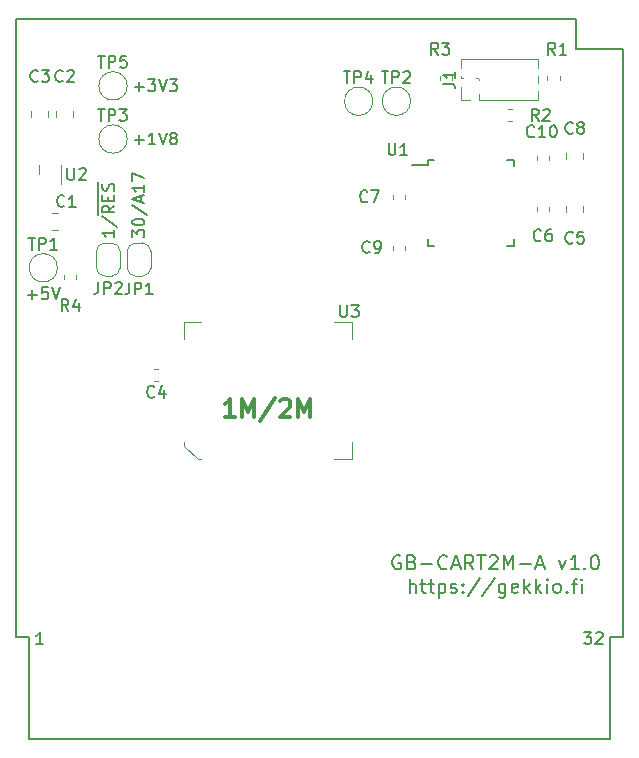
<source format=gbr>
G04 #@! TF.GenerationSoftware,KiCad,Pcbnew,5.0.2-bee76a0~70~ubuntu18.10.1*
G04 #@! TF.CreationDate,2019-01-06T00:11:17+02:00*
G04 #@! TF.ProjectId,GB-CART2M-A,47422d43-4152-4543-924d-2d412e6b6963,v1.0*
G04 #@! TF.SameCoordinates,Original*
G04 #@! TF.FileFunction,Legend,Top*
G04 #@! TF.FilePolarity,Positive*
%FSLAX46Y46*%
G04 Gerber Fmt 4.6, Leading zero omitted, Abs format (unit mm)*
G04 Created by KiCad (PCBNEW 5.0.2-bee76a0~70~ubuntu18.10.1) date su  6. tammikuuta 2019 00.11.17*
%MOMM*%
%LPD*%
G01*
G04 APERTURE LIST*
%ADD10C,0.300000*%
%ADD11C,0.150000*%
%ADD12C,0.200000*%
%ADD13C,0.120000*%
G04 APERTURE END LIST*
D10*
X92814285Y-72728571D02*
X91957142Y-72728571D01*
X92385714Y-72728571D02*
X92385714Y-71228571D01*
X92242857Y-71442857D01*
X92100000Y-71585714D01*
X91957142Y-71657142D01*
X93457142Y-72728571D02*
X93457142Y-71228571D01*
X93957142Y-72300000D01*
X94457142Y-71228571D01*
X94457142Y-72728571D01*
X96242857Y-71157142D02*
X94957142Y-73085714D01*
X96671428Y-71371428D02*
X96742857Y-71300000D01*
X96885714Y-71228571D01*
X97242857Y-71228571D01*
X97385714Y-71300000D01*
X97457142Y-71371428D01*
X97528571Y-71514285D01*
X97528571Y-71657142D01*
X97457142Y-71871428D01*
X96600000Y-72728571D01*
X97528571Y-72728571D01*
X98171428Y-72728571D02*
X98171428Y-71228571D01*
X98671428Y-72300000D01*
X99171428Y-71228571D01*
X99171428Y-72728571D01*
D11*
X75264285Y-62371428D02*
X76026190Y-62371428D01*
X75645238Y-62752380D02*
X75645238Y-61990476D01*
X76978571Y-61752380D02*
X76502380Y-61752380D01*
X76454761Y-62228571D01*
X76502380Y-62180952D01*
X76597619Y-62133333D01*
X76835714Y-62133333D01*
X76930952Y-62180952D01*
X76978571Y-62228571D01*
X77026190Y-62323809D01*
X77026190Y-62561904D01*
X76978571Y-62657142D01*
X76930952Y-62704761D01*
X76835714Y-62752380D01*
X76597619Y-62752380D01*
X76502380Y-62704761D01*
X76454761Y-62657142D01*
X77311904Y-61752380D02*
X77645238Y-62752380D01*
X77978571Y-61752380D01*
X84335595Y-49271428D02*
X85097500Y-49271428D01*
X84716547Y-49652380D02*
X84716547Y-48890476D01*
X86097500Y-49652380D02*
X85526071Y-49652380D01*
X85811785Y-49652380D02*
X85811785Y-48652380D01*
X85716547Y-48795238D01*
X85621309Y-48890476D01*
X85526071Y-48938095D01*
X86383214Y-48652380D02*
X86716547Y-49652380D01*
X87049880Y-48652380D01*
X87526071Y-49080952D02*
X87430833Y-49033333D01*
X87383214Y-48985714D01*
X87335595Y-48890476D01*
X87335595Y-48842857D01*
X87383214Y-48747619D01*
X87430833Y-48700000D01*
X87526071Y-48652380D01*
X87716547Y-48652380D01*
X87811785Y-48700000D01*
X87859404Y-48747619D01*
X87907023Y-48842857D01*
X87907023Y-48890476D01*
X87859404Y-48985714D01*
X87811785Y-49033333D01*
X87716547Y-49080952D01*
X87526071Y-49080952D01*
X87430833Y-49128571D01*
X87383214Y-49176190D01*
X87335595Y-49271428D01*
X87335595Y-49461904D01*
X87383214Y-49557142D01*
X87430833Y-49604761D01*
X87526071Y-49652380D01*
X87716547Y-49652380D01*
X87811785Y-49604761D01*
X87859404Y-49557142D01*
X87907023Y-49461904D01*
X87907023Y-49271428D01*
X87859404Y-49176190D01*
X87811785Y-49128571D01*
X87716547Y-49080952D01*
X84335595Y-44771428D02*
X85097500Y-44771428D01*
X84716547Y-45152380D02*
X84716547Y-44390476D01*
X85478452Y-44152380D02*
X86097500Y-44152380D01*
X85764166Y-44533333D01*
X85907023Y-44533333D01*
X86002261Y-44580952D01*
X86049880Y-44628571D01*
X86097500Y-44723809D01*
X86097500Y-44961904D01*
X86049880Y-45057142D01*
X86002261Y-45104761D01*
X85907023Y-45152380D01*
X85621309Y-45152380D01*
X85526071Y-45104761D01*
X85478452Y-45057142D01*
X86383214Y-44152380D02*
X86716547Y-45152380D01*
X87049880Y-44152380D01*
X87287976Y-44152380D02*
X87907023Y-44152380D01*
X87573690Y-44533333D01*
X87716547Y-44533333D01*
X87811785Y-44580952D01*
X87859404Y-44628571D01*
X87907023Y-44723809D01*
X87907023Y-44961904D01*
X87859404Y-45057142D01*
X87811785Y-45104761D01*
X87716547Y-45152380D01*
X87430833Y-45152380D01*
X87335595Y-45104761D01*
X87287976Y-45057142D01*
X84152380Y-57509642D02*
X84152380Y-56890595D01*
X84533333Y-57223928D01*
X84533333Y-57081071D01*
X84580952Y-56985833D01*
X84628571Y-56938214D01*
X84723809Y-56890595D01*
X84961904Y-56890595D01*
X85057142Y-56938214D01*
X85104761Y-56985833D01*
X85152380Y-57081071D01*
X85152380Y-57366785D01*
X85104761Y-57462023D01*
X85057142Y-57509642D01*
X84152380Y-56271547D02*
X84152380Y-56176309D01*
X84200000Y-56081071D01*
X84247619Y-56033452D01*
X84342857Y-55985833D01*
X84533333Y-55938214D01*
X84771428Y-55938214D01*
X84961904Y-55985833D01*
X85057142Y-56033452D01*
X85104761Y-56081071D01*
X85152380Y-56176309D01*
X85152380Y-56271547D01*
X85104761Y-56366785D01*
X85057142Y-56414404D01*
X84961904Y-56462023D01*
X84771428Y-56509642D01*
X84533333Y-56509642D01*
X84342857Y-56462023D01*
X84247619Y-56414404D01*
X84200000Y-56366785D01*
X84152380Y-56271547D01*
X84104761Y-54795357D02*
X85390476Y-55652500D01*
X84866666Y-54509642D02*
X84866666Y-54033452D01*
X85152380Y-54604880D02*
X84152380Y-54271547D01*
X85152380Y-53938214D01*
X85152380Y-53081071D02*
X85152380Y-53652500D01*
X85152380Y-53366785D02*
X84152380Y-53366785D01*
X84295238Y-53462023D01*
X84390476Y-53557261D01*
X84438095Y-53652500D01*
X84152380Y-52747738D02*
X84152380Y-52081071D01*
X85152380Y-52509642D01*
X82602380Y-56890595D02*
X82602380Y-57462023D01*
X82602380Y-57176309D02*
X81602380Y-57176309D01*
X81745238Y-57271547D01*
X81840476Y-57366785D01*
X81888095Y-57462023D01*
X81554761Y-55747738D02*
X82840476Y-56604880D01*
X81235000Y-55652500D02*
X81235000Y-54652500D01*
X82602380Y-54842976D02*
X82126190Y-55176309D01*
X82602380Y-55414404D02*
X81602380Y-55414404D01*
X81602380Y-55033452D01*
X81650000Y-54938214D01*
X81697619Y-54890595D01*
X81792857Y-54842976D01*
X81935714Y-54842976D01*
X82030952Y-54890595D01*
X82078571Y-54938214D01*
X82126190Y-55033452D01*
X82126190Y-55414404D01*
X81235000Y-54652500D02*
X81235000Y-53747738D01*
X82078571Y-54414404D02*
X82078571Y-54081071D01*
X82602380Y-53938214D02*
X82602380Y-54414404D01*
X81602380Y-54414404D01*
X81602380Y-53938214D01*
X81235000Y-53747738D02*
X81235000Y-52795357D01*
X82554761Y-53557261D02*
X82602380Y-53414404D01*
X82602380Y-53176309D01*
X82554761Y-53081071D01*
X82507142Y-53033452D01*
X82411904Y-52985833D01*
X82316666Y-52985833D01*
X82221428Y-53033452D01*
X82173809Y-53081071D01*
X82126190Y-53176309D01*
X82078571Y-53366785D01*
X82030952Y-53462023D01*
X81983333Y-53509642D01*
X81888095Y-53557261D01*
X81792857Y-53557261D01*
X81697619Y-53509642D01*
X81650000Y-53462023D01*
X81602380Y-53366785D01*
X81602380Y-53128690D01*
X81650000Y-52985833D01*
D12*
X106842857Y-84500000D02*
X106728571Y-84442857D01*
X106557142Y-84442857D01*
X106385714Y-84500000D01*
X106271428Y-84614285D01*
X106214285Y-84728571D01*
X106157142Y-84957142D01*
X106157142Y-85128571D01*
X106214285Y-85357142D01*
X106271428Y-85471428D01*
X106385714Y-85585714D01*
X106557142Y-85642857D01*
X106671428Y-85642857D01*
X106842857Y-85585714D01*
X106900000Y-85528571D01*
X106900000Y-85128571D01*
X106671428Y-85128571D01*
X107814285Y-85014285D02*
X107985714Y-85071428D01*
X108042857Y-85128571D01*
X108100000Y-85242857D01*
X108100000Y-85414285D01*
X108042857Y-85528571D01*
X107985714Y-85585714D01*
X107871428Y-85642857D01*
X107414285Y-85642857D01*
X107414285Y-84442857D01*
X107814285Y-84442857D01*
X107928571Y-84500000D01*
X107985714Y-84557142D01*
X108042857Y-84671428D01*
X108042857Y-84785714D01*
X107985714Y-84900000D01*
X107928571Y-84957142D01*
X107814285Y-85014285D01*
X107414285Y-85014285D01*
X108614285Y-85185714D02*
X109528571Y-85185714D01*
X110785714Y-85528571D02*
X110728571Y-85585714D01*
X110557142Y-85642857D01*
X110442857Y-85642857D01*
X110271428Y-85585714D01*
X110157142Y-85471428D01*
X110100000Y-85357142D01*
X110042857Y-85128571D01*
X110042857Y-84957142D01*
X110100000Y-84728571D01*
X110157142Y-84614285D01*
X110271428Y-84500000D01*
X110442857Y-84442857D01*
X110557142Y-84442857D01*
X110728571Y-84500000D01*
X110785714Y-84557142D01*
X111242857Y-85300000D02*
X111814285Y-85300000D01*
X111128571Y-85642857D02*
X111528571Y-84442857D01*
X111928571Y-85642857D01*
X113014285Y-85642857D02*
X112614285Y-85071428D01*
X112328571Y-85642857D02*
X112328571Y-84442857D01*
X112785714Y-84442857D01*
X112900000Y-84500000D01*
X112957142Y-84557142D01*
X113014285Y-84671428D01*
X113014285Y-84842857D01*
X112957142Y-84957142D01*
X112900000Y-85014285D01*
X112785714Y-85071428D01*
X112328571Y-85071428D01*
X113357142Y-84442857D02*
X114042857Y-84442857D01*
X113700000Y-85642857D02*
X113700000Y-84442857D01*
X114385714Y-84557142D02*
X114442857Y-84500000D01*
X114557142Y-84442857D01*
X114842857Y-84442857D01*
X114957142Y-84500000D01*
X115014285Y-84557142D01*
X115071428Y-84671428D01*
X115071428Y-84785714D01*
X115014285Y-84957142D01*
X114328571Y-85642857D01*
X115071428Y-85642857D01*
X115585714Y-85642857D02*
X115585714Y-84442857D01*
X115985714Y-85300000D01*
X116385714Y-84442857D01*
X116385714Y-85642857D01*
X116957142Y-85185714D02*
X117871428Y-85185714D01*
X118385714Y-85300000D02*
X118957142Y-85300000D01*
X118271428Y-85642857D02*
X118671428Y-84442857D01*
X119071428Y-85642857D01*
X120271428Y-84842857D02*
X120557142Y-85642857D01*
X120842857Y-84842857D01*
X121928571Y-85642857D02*
X121242857Y-85642857D01*
X121585714Y-85642857D02*
X121585714Y-84442857D01*
X121471428Y-84614285D01*
X121357142Y-84728571D01*
X121242857Y-84785714D01*
X122442857Y-85528571D02*
X122500000Y-85585714D01*
X122442857Y-85642857D01*
X122385714Y-85585714D01*
X122442857Y-85528571D01*
X122442857Y-85642857D01*
X123242857Y-84442857D02*
X123357142Y-84442857D01*
X123471428Y-84500000D01*
X123528571Y-84557142D01*
X123585714Y-84671428D01*
X123642857Y-84900000D01*
X123642857Y-85185714D01*
X123585714Y-85414285D01*
X123528571Y-85528571D01*
X123471428Y-85585714D01*
X123357142Y-85642857D01*
X123242857Y-85642857D01*
X123128571Y-85585714D01*
X123071428Y-85528571D01*
X123014285Y-85414285D01*
X122957142Y-85185714D01*
X122957142Y-84900000D01*
X123014285Y-84671428D01*
X123071428Y-84557142D01*
X123128571Y-84500000D01*
X123242857Y-84442857D01*
X107614285Y-87642857D02*
X107614285Y-86442857D01*
X108128571Y-87642857D02*
X108128571Y-87014285D01*
X108071428Y-86900000D01*
X107957142Y-86842857D01*
X107785714Y-86842857D01*
X107671428Y-86900000D01*
X107614285Y-86957142D01*
X108528571Y-86842857D02*
X108985714Y-86842857D01*
X108700000Y-86442857D02*
X108700000Y-87471428D01*
X108757142Y-87585714D01*
X108871428Y-87642857D01*
X108985714Y-87642857D01*
X109214285Y-86842857D02*
X109671428Y-86842857D01*
X109385714Y-86442857D02*
X109385714Y-87471428D01*
X109442857Y-87585714D01*
X109557142Y-87642857D01*
X109671428Y-87642857D01*
X110071428Y-86842857D02*
X110071428Y-88042857D01*
X110071428Y-86900000D02*
X110185714Y-86842857D01*
X110414285Y-86842857D01*
X110528571Y-86900000D01*
X110585714Y-86957142D01*
X110642857Y-87071428D01*
X110642857Y-87414285D01*
X110585714Y-87528571D01*
X110528571Y-87585714D01*
X110414285Y-87642857D01*
X110185714Y-87642857D01*
X110071428Y-87585714D01*
X111100000Y-87585714D02*
X111214285Y-87642857D01*
X111442857Y-87642857D01*
X111557142Y-87585714D01*
X111614285Y-87471428D01*
X111614285Y-87414285D01*
X111557142Y-87300000D01*
X111442857Y-87242857D01*
X111271428Y-87242857D01*
X111157142Y-87185714D01*
X111100000Y-87071428D01*
X111100000Y-87014285D01*
X111157142Y-86900000D01*
X111271428Y-86842857D01*
X111442857Y-86842857D01*
X111557142Y-86900000D01*
X112128571Y-87528571D02*
X112185714Y-87585714D01*
X112128571Y-87642857D01*
X112071428Y-87585714D01*
X112128571Y-87528571D01*
X112128571Y-87642857D01*
X112128571Y-86900000D02*
X112185714Y-86957142D01*
X112128571Y-87014285D01*
X112071428Y-86957142D01*
X112128571Y-86900000D01*
X112128571Y-87014285D01*
X113557142Y-86385714D02*
X112528571Y-87928571D01*
X114814285Y-86385714D02*
X113785714Y-87928571D01*
X115728571Y-86842857D02*
X115728571Y-87814285D01*
X115671428Y-87928571D01*
X115614285Y-87985714D01*
X115500000Y-88042857D01*
X115328571Y-88042857D01*
X115214285Y-87985714D01*
X115728571Y-87585714D02*
X115614285Y-87642857D01*
X115385714Y-87642857D01*
X115271428Y-87585714D01*
X115214285Y-87528571D01*
X115157142Y-87414285D01*
X115157142Y-87071428D01*
X115214285Y-86957142D01*
X115271428Y-86900000D01*
X115385714Y-86842857D01*
X115614285Y-86842857D01*
X115728571Y-86900000D01*
X116757142Y-87585714D02*
X116642857Y-87642857D01*
X116414285Y-87642857D01*
X116300000Y-87585714D01*
X116242857Y-87471428D01*
X116242857Y-87014285D01*
X116300000Y-86900000D01*
X116414285Y-86842857D01*
X116642857Y-86842857D01*
X116757142Y-86900000D01*
X116814285Y-87014285D01*
X116814285Y-87128571D01*
X116242857Y-87242857D01*
X117328571Y-87642857D02*
X117328571Y-86442857D01*
X117442857Y-87185714D02*
X117785714Y-87642857D01*
X117785714Y-86842857D02*
X117328571Y-87300000D01*
X118300000Y-87642857D02*
X118300000Y-86442857D01*
X118414285Y-87185714D02*
X118757142Y-87642857D01*
X118757142Y-86842857D02*
X118300000Y-87300000D01*
X119271428Y-87642857D02*
X119271428Y-86842857D01*
X119271428Y-86442857D02*
X119214285Y-86500000D01*
X119271428Y-86557142D01*
X119328571Y-86500000D01*
X119271428Y-86442857D01*
X119271428Y-86557142D01*
X120014285Y-87642857D02*
X119900000Y-87585714D01*
X119842857Y-87528571D01*
X119785714Y-87414285D01*
X119785714Y-87071428D01*
X119842857Y-86957142D01*
X119900000Y-86900000D01*
X120014285Y-86842857D01*
X120185714Y-86842857D01*
X120300000Y-86900000D01*
X120357142Y-86957142D01*
X120414285Y-87071428D01*
X120414285Y-87414285D01*
X120357142Y-87528571D01*
X120300000Y-87585714D01*
X120185714Y-87642857D01*
X120014285Y-87642857D01*
X120928571Y-87528571D02*
X120985714Y-87585714D01*
X120928571Y-87642857D01*
X120871428Y-87585714D01*
X120928571Y-87528571D01*
X120928571Y-87642857D01*
X121328571Y-86842857D02*
X121785714Y-86842857D01*
X121500000Y-87642857D02*
X121500000Y-86614285D01*
X121557142Y-86500000D01*
X121671428Y-86442857D01*
X121785714Y-86442857D01*
X122185714Y-87642857D02*
X122185714Y-86842857D01*
X122185714Y-86442857D02*
X122128571Y-86500000D01*
X122185714Y-86557142D01*
X122242857Y-86500000D01*
X122185714Y-86442857D01*
X122185714Y-86557142D01*
D11*
X121700000Y-39000000D02*
X121700000Y-41600000D01*
X74300000Y-39000000D02*
X121700000Y-39000000D01*
X125700000Y-41600000D02*
X121700000Y-41600000D01*
X74300000Y-91400000D02*
X74300000Y-39000000D01*
X75400000Y-91400000D02*
X74300000Y-91400000D01*
X75400000Y-100000000D02*
X75400000Y-91400000D01*
X125700000Y-91400000D02*
X125700000Y-41600000D01*
X124600000Y-91400000D02*
X125700000Y-91400000D01*
X124600000Y-100000000D02*
X124600000Y-91400000D01*
X75400000Y-100000000D02*
X124600000Y-100000000D01*
D13*
G04 #@! TO.C,C4*
X86325511Y-69715960D02*
X85999953Y-69715960D01*
X86325511Y-68695960D02*
X85999953Y-68695960D01*
G04 #@! TO.C,C6*
X118390000Y-54937221D02*
X118390000Y-55262779D01*
X119410000Y-54937221D02*
X119410000Y-55262779D01*
G04 #@! TO.C,C7*
X106190000Y-54262779D02*
X106190000Y-53937221D01*
X107210000Y-54262779D02*
X107210000Y-53937221D01*
G04 #@! TO.C,C9*
X106190000Y-58237221D02*
X106190000Y-58562779D01*
X107210000Y-58237221D02*
X107210000Y-58562779D01*
G04 #@! TO.C,C10*
X118390000Y-50962779D02*
X118390000Y-50637221D01*
X119410000Y-50962779D02*
X119410000Y-50637221D01*
G04 #@! TO.C,C2*
X77690000Y-47358578D02*
X77690000Y-46841422D01*
X79110000Y-47358578D02*
X79110000Y-46841422D01*
G04 #@! TO.C,C3*
X77010000Y-47358578D02*
X77010000Y-46841422D01*
X75590000Y-47358578D02*
X75590000Y-46841422D01*
G04 #@! TO.C,C5*
X122310000Y-54841422D02*
X122310000Y-55358578D01*
X120890000Y-54841422D02*
X120890000Y-55358578D01*
G04 #@! TO.C,C8*
X122310000Y-50858578D02*
X122310000Y-50341422D01*
X120890000Y-50858578D02*
X120890000Y-50341422D01*
G04 #@! TO.C,C1*
X77341422Y-55440000D02*
X77858578Y-55440000D01*
X77341422Y-56860000D02*
X77858578Y-56860000D01*
G04 #@! TO.C,J1*
X118475000Y-45930000D02*
X118475000Y-45107530D01*
X118475000Y-43222470D02*
X118475000Y-42400000D01*
X118475000Y-44492470D02*
X118475000Y-43837530D01*
X113460000Y-45930000D02*
X118475000Y-45930000D01*
X112005000Y-42400000D02*
X118475000Y-42400000D01*
X113460000Y-45930000D02*
X113460000Y-45363471D01*
X113460000Y-44236529D02*
X113460000Y-44093471D01*
X113406529Y-44040000D02*
X113263471Y-44040000D01*
X112136529Y-44040000D02*
X112005000Y-44040000D01*
X112005000Y-44040000D02*
X112005000Y-43837530D01*
X112005000Y-43222470D02*
X112005000Y-42400000D01*
X112700000Y-45930000D02*
X111940000Y-45930000D01*
X111940000Y-45930000D02*
X111940000Y-44800000D01*
G04 #@! TO.C,JP2*
X83100000Y-58700000D02*
X83100000Y-60100000D01*
X82400000Y-60800000D02*
X81800000Y-60800000D01*
X81100000Y-60100000D02*
X81100000Y-58700000D01*
X81800000Y-58000000D02*
X82400000Y-58000000D01*
X82400000Y-58000000D02*
G75*
G02X83100000Y-58700000I0J-700000D01*
G01*
X81100000Y-58700000D02*
G75*
G02X81800000Y-58000000I700000J0D01*
G01*
X81800000Y-60800000D02*
G75*
G02X81100000Y-60100000I0J700000D01*
G01*
X83100000Y-60100000D02*
G75*
G02X82400000Y-60800000I-700000J0D01*
G01*
G04 #@! TO.C,JP1*
X85700000Y-60100000D02*
G75*
G02X85000000Y-60800000I-700000J0D01*
G01*
X84400000Y-60800000D02*
G75*
G02X83700000Y-60100000I0J700000D01*
G01*
X83700000Y-58700000D02*
G75*
G02X84400000Y-58000000I700000J0D01*
G01*
X85000000Y-58000000D02*
G75*
G02X85700000Y-58700000I0J-700000D01*
G01*
X84400000Y-58000000D02*
X85000000Y-58000000D01*
X83700000Y-60100000D02*
X83700000Y-58700000D01*
X85000000Y-60800000D02*
X84400000Y-60800000D01*
X85700000Y-58700000D02*
X85700000Y-60100000D01*
G04 #@! TO.C,U2*
X76240000Y-52200000D02*
X76240000Y-51400000D01*
X78060000Y-53000000D02*
X78060000Y-51400000D01*
G04 #@! TO.C,U3*
X88517732Y-66135960D02*
X88517732Y-64680960D01*
X88517732Y-64680960D02*
X89972732Y-64680960D01*
X102707732Y-74875960D02*
X102707732Y-76330960D01*
X102707732Y-76330960D02*
X101252732Y-76330960D01*
X102707732Y-66135960D02*
X102707732Y-64680960D01*
X102707732Y-64680960D02*
X101252732Y-64680960D01*
X88517732Y-74875960D02*
X88517732Y-75158742D01*
X88517732Y-75158742D02*
X89689950Y-76330960D01*
X89689950Y-76330960D02*
X89972732Y-76330960D01*
D11*
G04 #@! TO.C,U1*
X109175000Y-50975000D02*
X109175000Y-51400000D01*
X116425000Y-50975000D02*
X116425000Y-51500000D01*
X116425000Y-58225000D02*
X116425000Y-57700000D01*
X109175000Y-58225000D02*
X109175000Y-57700000D01*
X109175000Y-50975000D02*
X109700000Y-50975000D01*
X109175000Y-58225000D02*
X109700000Y-58225000D01*
X116425000Y-58225000D02*
X115900000Y-58225000D01*
X116425000Y-50975000D02*
X115900000Y-50975000D01*
X109175000Y-51400000D02*
X107800000Y-51400000D01*
D13*
G04 #@! TO.C,R1*
X119290000Y-43837221D02*
X119290000Y-44162779D01*
X120310000Y-43837221D02*
X120310000Y-44162779D01*
G04 #@! TO.C,R2*
X116262779Y-47710000D02*
X115937221Y-47710000D01*
X116262779Y-46690000D02*
X115937221Y-46690000D01*
G04 #@! TO.C,R3*
X111210000Y-44162779D02*
X111210000Y-43837221D01*
X110190000Y-44162779D02*
X110190000Y-43837221D01*
G04 #@! TO.C,R4*
X79410000Y-60737221D02*
X79410000Y-61062779D01*
X78390000Y-60737221D02*
X78390000Y-61062779D01*
G04 #@! TO.C,TP5*
X83700000Y-44700000D02*
G75*
G03X83700000Y-44700000I-1200000J0D01*
G01*
G04 #@! TO.C,TP1*
X77800000Y-60100000D02*
G75*
G03X77800000Y-60100000I-1200000J0D01*
G01*
G04 #@! TO.C,TP2*
X107700000Y-46000000D02*
G75*
G03X107700000Y-46000000I-1200000J0D01*
G01*
G04 #@! TO.C,TP3*
X83700000Y-49200000D02*
G75*
G03X83700000Y-49200000I-1200000J0D01*
G01*
G04 #@! TO.C,TP4*
X104500000Y-46000000D02*
G75*
G03X104500000Y-46000000I-1200000J0D01*
G01*
G04 #@! TD*
G04 #@! TO.C,C4*
D11*
X85996065Y-70993102D02*
X85948446Y-71040721D01*
X85805589Y-71088340D01*
X85710351Y-71088340D01*
X85567493Y-71040721D01*
X85472255Y-70945483D01*
X85424636Y-70850245D01*
X85377017Y-70659769D01*
X85377017Y-70516912D01*
X85424636Y-70326436D01*
X85472255Y-70231198D01*
X85567493Y-70135960D01*
X85710351Y-70088340D01*
X85805589Y-70088340D01*
X85948446Y-70135960D01*
X85996065Y-70183579D01*
X86853208Y-70421674D02*
X86853208Y-71088340D01*
X86615112Y-70040721D02*
X86377017Y-70755007D01*
X86996065Y-70755007D01*
G04 #@! TO.C,C6*
X118733333Y-57757142D02*
X118685714Y-57804761D01*
X118542857Y-57852380D01*
X118447619Y-57852380D01*
X118304761Y-57804761D01*
X118209523Y-57709523D01*
X118161904Y-57614285D01*
X118114285Y-57423809D01*
X118114285Y-57280952D01*
X118161904Y-57090476D01*
X118209523Y-56995238D01*
X118304761Y-56900000D01*
X118447619Y-56852380D01*
X118542857Y-56852380D01*
X118685714Y-56900000D01*
X118733333Y-56947619D01*
X119590476Y-56852380D02*
X119400000Y-56852380D01*
X119304761Y-56900000D01*
X119257142Y-56947619D01*
X119161904Y-57090476D01*
X119114285Y-57280952D01*
X119114285Y-57661904D01*
X119161904Y-57757142D01*
X119209523Y-57804761D01*
X119304761Y-57852380D01*
X119495238Y-57852380D01*
X119590476Y-57804761D01*
X119638095Y-57757142D01*
X119685714Y-57661904D01*
X119685714Y-57423809D01*
X119638095Y-57328571D01*
X119590476Y-57280952D01*
X119495238Y-57233333D01*
X119304761Y-57233333D01*
X119209523Y-57280952D01*
X119161904Y-57328571D01*
X119114285Y-57423809D01*
G04 #@! TO.C,C7*
X104033333Y-54457142D02*
X103985714Y-54504761D01*
X103842857Y-54552380D01*
X103747619Y-54552380D01*
X103604761Y-54504761D01*
X103509523Y-54409523D01*
X103461904Y-54314285D01*
X103414285Y-54123809D01*
X103414285Y-53980952D01*
X103461904Y-53790476D01*
X103509523Y-53695238D01*
X103604761Y-53600000D01*
X103747619Y-53552380D01*
X103842857Y-53552380D01*
X103985714Y-53600000D01*
X104033333Y-53647619D01*
X104366666Y-53552380D02*
X105033333Y-53552380D01*
X104604761Y-54552380D01*
G04 #@! TO.C,C9*
X104233333Y-58757142D02*
X104185714Y-58804761D01*
X104042857Y-58852380D01*
X103947619Y-58852380D01*
X103804761Y-58804761D01*
X103709523Y-58709523D01*
X103661904Y-58614285D01*
X103614285Y-58423809D01*
X103614285Y-58280952D01*
X103661904Y-58090476D01*
X103709523Y-57995238D01*
X103804761Y-57900000D01*
X103947619Y-57852380D01*
X104042857Y-57852380D01*
X104185714Y-57900000D01*
X104233333Y-57947619D01*
X104709523Y-58852380D02*
X104900000Y-58852380D01*
X104995238Y-58804761D01*
X105042857Y-58757142D01*
X105138095Y-58614285D01*
X105185714Y-58423809D01*
X105185714Y-58042857D01*
X105138095Y-57947619D01*
X105090476Y-57900000D01*
X104995238Y-57852380D01*
X104804761Y-57852380D01*
X104709523Y-57900000D01*
X104661904Y-57947619D01*
X104614285Y-58042857D01*
X104614285Y-58280952D01*
X104661904Y-58376190D01*
X104709523Y-58423809D01*
X104804761Y-58471428D01*
X104995238Y-58471428D01*
X105090476Y-58423809D01*
X105138095Y-58376190D01*
X105185714Y-58280952D01*
G04 #@! TO.C,C10*
X118157142Y-48957142D02*
X118109523Y-49004761D01*
X117966666Y-49052380D01*
X117871428Y-49052380D01*
X117728571Y-49004761D01*
X117633333Y-48909523D01*
X117585714Y-48814285D01*
X117538095Y-48623809D01*
X117538095Y-48480952D01*
X117585714Y-48290476D01*
X117633333Y-48195238D01*
X117728571Y-48100000D01*
X117871428Y-48052380D01*
X117966666Y-48052380D01*
X118109523Y-48100000D01*
X118157142Y-48147619D01*
X119109523Y-49052380D02*
X118538095Y-49052380D01*
X118823809Y-49052380D02*
X118823809Y-48052380D01*
X118728571Y-48195238D01*
X118633333Y-48290476D01*
X118538095Y-48338095D01*
X119728571Y-48052380D02*
X119823809Y-48052380D01*
X119919047Y-48100000D01*
X119966666Y-48147619D01*
X120014285Y-48242857D01*
X120061904Y-48433333D01*
X120061904Y-48671428D01*
X120014285Y-48861904D01*
X119966666Y-48957142D01*
X119919047Y-49004761D01*
X119823809Y-49052380D01*
X119728571Y-49052380D01*
X119633333Y-49004761D01*
X119585714Y-48957142D01*
X119538095Y-48861904D01*
X119490476Y-48671428D01*
X119490476Y-48433333D01*
X119538095Y-48242857D01*
X119585714Y-48147619D01*
X119633333Y-48100000D01*
X119728571Y-48052380D01*
G04 #@! TO.C,C2*
X78233333Y-44257142D02*
X78185714Y-44304761D01*
X78042857Y-44352380D01*
X77947619Y-44352380D01*
X77804761Y-44304761D01*
X77709523Y-44209523D01*
X77661904Y-44114285D01*
X77614285Y-43923809D01*
X77614285Y-43780952D01*
X77661904Y-43590476D01*
X77709523Y-43495238D01*
X77804761Y-43400000D01*
X77947619Y-43352380D01*
X78042857Y-43352380D01*
X78185714Y-43400000D01*
X78233333Y-43447619D01*
X78614285Y-43447619D02*
X78661904Y-43400000D01*
X78757142Y-43352380D01*
X78995238Y-43352380D01*
X79090476Y-43400000D01*
X79138095Y-43447619D01*
X79185714Y-43542857D01*
X79185714Y-43638095D01*
X79138095Y-43780952D01*
X78566666Y-44352380D01*
X79185714Y-44352380D01*
G04 #@! TO.C,C3*
X76133333Y-44257142D02*
X76085714Y-44304761D01*
X75942857Y-44352380D01*
X75847619Y-44352380D01*
X75704761Y-44304761D01*
X75609523Y-44209523D01*
X75561904Y-44114285D01*
X75514285Y-43923809D01*
X75514285Y-43780952D01*
X75561904Y-43590476D01*
X75609523Y-43495238D01*
X75704761Y-43400000D01*
X75847619Y-43352380D01*
X75942857Y-43352380D01*
X76085714Y-43400000D01*
X76133333Y-43447619D01*
X76466666Y-43352380D02*
X77085714Y-43352380D01*
X76752380Y-43733333D01*
X76895238Y-43733333D01*
X76990476Y-43780952D01*
X77038095Y-43828571D01*
X77085714Y-43923809D01*
X77085714Y-44161904D01*
X77038095Y-44257142D01*
X76990476Y-44304761D01*
X76895238Y-44352380D01*
X76609523Y-44352380D01*
X76514285Y-44304761D01*
X76466666Y-44257142D01*
G04 #@! TO.C,C5*
X121433333Y-57957142D02*
X121385714Y-58004761D01*
X121242857Y-58052380D01*
X121147619Y-58052380D01*
X121004761Y-58004761D01*
X120909523Y-57909523D01*
X120861904Y-57814285D01*
X120814285Y-57623809D01*
X120814285Y-57480952D01*
X120861904Y-57290476D01*
X120909523Y-57195238D01*
X121004761Y-57100000D01*
X121147619Y-57052380D01*
X121242857Y-57052380D01*
X121385714Y-57100000D01*
X121433333Y-57147619D01*
X122338095Y-57052380D02*
X121861904Y-57052380D01*
X121814285Y-57528571D01*
X121861904Y-57480952D01*
X121957142Y-57433333D01*
X122195238Y-57433333D01*
X122290476Y-57480952D01*
X122338095Y-57528571D01*
X122385714Y-57623809D01*
X122385714Y-57861904D01*
X122338095Y-57957142D01*
X122290476Y-58004761D01*
X122195238Y-58052380D01*
X121957142Y-58052380D01*
X121861904Y-58004761D01*
X121814285Y-57957142D01*
G04 #@! TO.C,C8*
X121433333Y-48657142D02*
X121385714Y-48704761D01*
X121242857Y-48752380D01*
X121147619Y-48752380D01*
X121004761Y-48704761D01*
X120909523Y-48609523D01*
X120861904Y-48514285D01*
X120814285Y-48323809D01*
X120814285Y-48180952D01*
X120861904Y-47990476D01*
X120909523Y-47895238D01*
X121004761Y-47800000D01*
X121147619Y-47752380D01*
X121242857Y-47752380D01*
X121385714Y-47800000D01*
X121433333Y-47847619D01*
X122004761Y-48180952D02*
X121909523Y-48133333D01*
X121861904Y-48085714D01*
X121814285Y-47990476D01*
X121814285Y-47942857D01*
X121861904Y-47847619D01*
X121909523Y-47800000D01*
X122004761Y-47752380D01*
X122195238Y-47752380D01*
X122290476Y-47800000D01*
X122338095Y-47847619D01*
X122385714Y-47942857D01*
X122385714Y-47990476D01*
X122338095Y-48085714D01*
X122290476Y-48133333D01*
X122195238Y-48180952D01*
X122004761Y-48180952D01*
X121909523Y-48228571D01*
X121861904Y-48276190D01*
X121814285Y-48371428D01*
X121814285Y-48561904D01*
X121861904Y-48657142D01*
X121909523Y-48704761D01*
X122004761Y-48752380D01*
X122195238Y-48752380D01*
X122290476Y-48704761D01*
X122338095Y-48657142D01*
X122385714Y-48561904D01*
X122385714Y-48371428D01*
X122338095Y-48276190D01*
X122290476Y-48228571D01*
X122195238Y-48180952D01*
G04 #@! TO.C,C1*
X78383333Y-54857142D02*
X78335714Y-54904761D01*
X78192857Y-54952380D01*
X78097619Y-54952380D01*
X77954761Y-54904761D01*
X77859523Y-54809523D01*
X77811904Y-54714285D01*
X77764285Y-54523809D01*
X77764285Y-54380952D01*
X77811904Y-54190476D01*
X77859523Y-54095238D01*
X77954761Y-54000000D01*
X78097619Y-53952380D01*
X78192857Y-53952380D01*
X78335714Y-54000000D01*
X78383333Y-54047619D01*
X79335714Y-54952380D02*
X78764285Y-54952380D01*
X79050000Y-54952380D02*
X79050000Y-53952380D01*
X78954761Y-54095238D01*
X78859523Y-54190476D01*
X78764285Y-54238095D01*
G04 #@! TO.C,J1*
X110457380Y-44498333D02*
X111171666Y-44498333D01*
X111314523Y-44545952D01*
X111409761Y-44641190D01*
X111457380Y-44784047D01*
X111457380Y-44879285D01*
X111457380Y-43498333D02*
X111457380Y-44069761D01*
X111457380Y-43784047D02*
X110457380Y-43784047D01*
X110600238Y-43879285D01*
X110695476Y-43974523D01*
X110743095Y-44069761D01*
G04 #@! TO.C,J2*
X122390476Y-90952380D02*
X123009523Y-90952380D01*
X122676190Y-91333333D01*
X122819047Y-91333333D01*
X122914285Y-91380952D01*
X122961904Y-91428571D01*
X123009523Y-91523809D01*
X123009523Y-91761904D01*
X122961904Y-91857142D01*
X122914285Y-91904761D01*
X122819047Y-91952380D01*
X122533333Y-91952380D01*
X122438095Y-91904761D01*
X122390476Y-91857142D01*
X123390476Y-91047619D02*
X123438095Y-91000000D01*
X123533333Y-90952380D01*
X123771428Y-90952380D01*
X123866666Y-91000000D01*
X123914285Y-91047619D01*
X123961904Y-91142857D01*
X123961904Y-91238095D01*
X123914285Y-91380952D01*
X123342857Y-91952380D01*
X123961904Y-91952380D01*
X76585714Y-91952380D02*
X76014285Y-91952380D01*
X76300000Y-91952380D02*
X76300000Y-90952380D01*
X76204761Y-91095238D01*
X76109523Y-91190476D01*
X76014285Y-91238095D01*
G04 #@! TO.C,JP2*
X81266666Y-61302380D02*
X81266666Y-62016666D01*
X81219047Y-62159523D01*
X81123809Y-62254761D01*
X80980952Y-62302380D01*
X80885714Y-62302380D01*
X81742857Y-62302380D02*
X81742857Y-61302380D01*
X82123809Y-61302380D01*
X82219047Y-61350000D01*
X82266666Y-61397619D01*
X82314285Y-61492857D01*
X82314285Y-61635714D01*
X82266666Y-61730952D01*
X82219047Y-61778571D01*
X82123809Y-61826190D01*
X81742857Y-61826190D01*
X82695238Y-61397619D02*
X82742857Y-61350000D01*
X82838095Y-61302380D01*
X83076190Y-61302380D01*
X83171428Y-61350000D01*
X83219047Y-61397619D01*
X83266666Y-61492857D01*
X83266666Y-61588095D01*
X83219047Y-61730952D01*
X82647619Y-62302380D01*
X83266666Y-62302380D01*
G04 #@! TO.C,JP1*
X83866666Y-61352380D02*
X83866666Y-62066666D01*
X83819047Y-62209523D01*
X83723809Y-62304761D01*
X83580952Y-62352380D01*
X83485714Y-62352380D01*
X84342857Y-62352380D02*
X84342857Y-61352380D01*
X84723809Y-61352380D01*
X84819047Y-61400000D01*
X84866666Y-61447619D01*
X84914285Y-61542857D01*
X84914285Y-61685714D01*
X84866666Y-61780952D01*
X84819047Y-61828571D01*
X84723809Y-61876190D01*
X84342857Y-61876190D01*
X85866666Y-62352380D02*
X85295238Y-62352380D01*
X85580952Y-62352380D02*
X85580952Y-61352380D01*
X85485714Y-61495238D01*
X85390476Y-61590476D01*
X85295238Y-61638095D01*
G04 #@! TO.C,U2*
X78638095Y-51652380D02*
X78638095Y-52461904D01*
X78685714Y-52557142D01*
X78733333Y-52604761D01*
X78828571Y-52652380D01*
X79019047Y-52652380D01*
X79114285Y-52604761D01*
X79161904Y-52557142D01*
X79209523Y-52461904D01*
X79209523Y-51652380D01*
X79638095Y-51747619D02*
X79685714Y-51700000D01*
X79780952Y-51652380D01*
X80019047Y-51652380D01*
X80114285Y-51700000D01*
X80161904Y-51747619D01*
X80209523Y-51842857D01*
X80209523Y-51938095D01*
X80161904Y-52080952D01*
X79590476Y-52652380D01*
X80209523Y-52652380D01*
G04 #@! TO.C,U3*
X101738095Y-63252380D02*
X101738095Y-64061904D01*
X101785714Y-64157142D01*
X101833333Y-64204761D01*
X101928571Y-64252380D01*
X102119047Y-64252380D01*
X102214285Y-64204761D01*
X102261904Y-64157142D01*
X102309523Y-64061904D01*
X102309523Y-63252380D01*
X102690476Y-63252380D02*
X103309523Y-63252380D01*
X102976190Y-63633333D01*
X103119047Y-63633333D01*
X103214285Y-63680952D01*
X103261904Y-63728571D01*
X103309523Y-63823809D01*
X103309523Y-64061904D01*
X103261904Y-64157142D01*
X103214285Y-64204761D01*
X103119047Y-64252380D01*
X102833333Y-64252380D01*
X102738095Y-64204761D01*
X102690476Y-64157142D01*
G04 #@! TO.C,U1*
X105838095Y-49552380D02*
X105838095Y-50361904D01*
X105885714Y-50457142D01*
X105933333Y-50504761D01*
X106028571Y-50552380D01*
X106219047Y-50552380D01*
X106314285Y-50504761D01*
X106361904Y-50457142D01*
X106409523Y-50361904D01*
X106409523Y-49552380D01*
X107409523Y-50552380D02*
X106838095Y-50552380D01*
X107123809Y-50552380D02*
X107123809Y-49552380D01*
X107028571Y-49695238D01*
X106933333Y-49790476D01*
X106838095Y-49838095D01*
G04 #@! TO.C,R1*
X119933333Y-42052380D02*
X119600000Y-41576190D01*
X119361904Y-42052380D02*
X119361904Y-41052380D01*
X119742857Y-41052380D01*
X119838095Y-41100000D01*
X119885714Y-41147619D01*
X119933333Y-41242857D01*
X119933333Y-41385714D01*
X119885714Y-41480952D01*
X119838095Y-41528571D01*
X119742857Y-41576190D01*
X119361904Y-41576190D01*
X120885714Y-42052380D02*
X120314285Y-42052380D01*
X120600000Y-42052380D02*
X120600000Y-41052380D01*
X120504761Y-41195238D01*
X120409523Y-41290476D01*
X120314285Y-41338095D01*
G04 #@! TO.C,R2*
X118533333Y-47652380D02*
X118200000Y-47176190D01*
X117961904Y-47652380D02*
X117961904Y-46652380D01*
X118342857Y-46652380D01*
X118438095Y-46700000D01*
X118485714Y-46747619D01*
X118533333Y-46842857D01*
X118533333Y-46985714D01*
X118485714Y-47080952D01*
X118438095Y-47128571D01*
X118342857Y-47176190D01*
X117961904Y-47176190D01*
X118914285Y-46747619D02*
X118961904Y-46700000D01*
X119057142Y-46652380D01*
X119295238Y-46652380D01*
X119390476Y-46700000D01*
X119438095Y-46747619D01*
X119485714Y-46842857D01*
X119485714Y-46938095D01*
X119438095Y-47080952D01*
X118866666Y-47652380D01*
X119485714Y-47652380D01*
G04 #@! TO.C,R3*
X110033333Y-42052380D02*
X109700000Y-41576190D01*
X109461904Y-42052380D02*
X109461904Y-41052380D01*
X109842857Y-41052380D01*
X109938095Y-41100000D01*
X109985714Y-41147619D01*
X110033333Y-41242857D01*
X110033333Y-41385714D01*
X109985714Y-41480952D01*
X109938095Y-41528571D01*
X109842857Y-41576190D01*
X109461904Y-41576190D01*
X110366666Y-41052380D02*
X110985714Y-41052380D01*
X110652380Y-41433333D01*
X110795238Y-41433333D01*
X110890476Y-41480952D01*
X110938095Y-41528571D01*
X110985714Y-41623809D01*
X110985714Y-41861904D01*
X110938095Y-41957142D01*
X110890476Y-42004761D01*
X110795238Y-42052380D01*
X110509523Y-42052380D01*
X110414285Y-42004761D01*
X110366666Y-41957142D01*
G04 #@! TO.C,R4*
X78733333Y-63752380D02*
X78400000Y-63276190D01*
X78161904Y-63752380D02*
X78161904Y-62752380D01*
X78542857Y-62752380D01*
X78638095Y-62800000D01*
X78685714Y-62847619D01*
X78733333Y-62942857D01*
X78733333Y-63085714D01*
X78685714Y-63180952D01*
X78638095Y-63228571D01*
X78542857Y-63276190D01*
X78161904Y-63276190D01*
X79590476Y-63085714D02*
X79590476Y-63752380D01*
X79352380Y-62704761D02*
X79114285Y-63419047D01*
X79733333Y-63419047D01*
G04 #@! TO.C,TP5*
X81238095Y-42154380D02*
X81809523Y-42154380D01*
X81523809Y-43154380D02*
X81523809Y-42154380D01*
X82142857Y-43154380D02*
X82142857Y-42154380D01*
X82523809Y-42154380D01*
X82619047Y-42202000D01*
X82666666Y-42249619D01*
X82714285Y-42344857D01*
X82714285Y-42487714D01*
X82666666Y-42582952D01*
X82619047Y-42630571D01*
X82523809Y-42678190D01*
X82142857Y-42678190D01*
X83619047Y-42154380D02*
X83142857Y-42154380D01*
X83095238Y-42630571D01*
X83142857Y-42582952D01*
X83238095Y-42535333D01*
X83476190Y-42535333D01*
X83571428Y-42582952D01*
X83619047Y-42630571D01*
X83666666Y-42725809D01*
X83666666Y-42963904D01*
X83619047Y-43059142D01*
X83571428Y-43106761D01*
X83476190Y-43154380D01*
X83238095Y-43154380D01*
X83142857Y-43106761D01*
X83095238Y-43059142D01*
G04 #@! TO.C,TP1*
X75338095Y-57554380D02*
X75909523Y-57554380D01*
X75623809Y-58554380D02*
X75623809Y-57554380D01*
X76242857Y-58554380D02*
X76242857Y-57554380D01*
X76623809Y-57554380D01*
X76719047Y-57602000D01*
X76766666Y-57649619D01*
X76814285Y-57744857D01*
X76814285Y-57887714D01*
X76766666Y-57982952D01*
X76719047Y-58030571D01*
X76623809Y-58078190D01*
X76242857Y-58078190D01*
X77766666Y-58554380D02*
X77195238Y-58554380D01*
X77480952Y-58554380D02*
X77480952Y-57554380D01*
X77385714Y-57697238D01*
X77290476Y-57792476D01*
X77195238Y-57840095D01*
G04 #@! TO.C,TP2*
X105238095Y-43454380D02*
X105809523Y-43454380D01*
X105523809Y-44454380D02*
X105523809Y-43454380D01*
X106142857Y-44454380D02*
X106142857Y-43454380D01*
X106523809Y-43454380D01*
X106619047Y-43502000D01*
X106666666Y-43549619D01*
X106714285Y-43644857D01*
X106714285Y-43787714D01*
X106666666Y-43882952D01*
X106619047Y-43930571D01*
X106523809Y-43978190D01*
X106142857Y-43978190D01*
X107095238Y-43549619D02*
X107142857Y-43502000D01*
X107238095Y-43454380D01*
X107476190Y-43454380D01*
X107571428Y-43502000D01*
X107619047Y-43549619D01*
X107666666Y-43644857D01*
X107666666Y-43740095D01*
X107619047Y-43882952D01*
X107047619Y-44454380D01*
X107666666Y-44454380D01*
G04 #@! TO.C,TP3*
X81238095Y-46654380D02*
X81809523Y-46654380D01*
X81523809Y-47654380D02*
X81523809Y-46654380D01*
X82142857Y-47654380D02*
X82142857Y-46654380D01*
X82523809Y-46654380D01*
X82619047Y-46702000D01*
X82666666Y-46749619D01*
X82714285Y-46844857D01*
X82714285Y-46987714D01*
X82666666Y-47082952D01*
X82619047Y-47130571D01*
X82523809Y-47178190D01*
X82142857Y-47178190D01*
X83047619Y-46654380D02*
X83666666Y-46654380D01*
X83333333Y-47035333D01*
X83476190Y-47035333D01*
X83571428Y-47082952D01*
X83619047Y-47130571D01*
X83666666Y-47225809D01*
X83666666Y-47463904D01*
X83619047Y-47559142D01*
X83571428Y-47606761D01*
X83476190Y-47654380D01*
X83190476Y-47654380D01*
X83095238Y-47606761D01*
X83047619Y-47559142D01*
G04 #@! TO.C,TP4*
X102038095Y-43454380D02*
X102609523Y-43454380D01*
X102323809Y-44454380D02*
X102323809Y-43454380D01*
X102942857Y-44454380D02*
X102942857Y-43454380D01*
X103323809Y-43454380D01*
X103419047Y-43502000D01*
X103466666Y-43549619D01*
X103514285Y-43644857D01*
X103514285Y-43787714D01*
X103466666Y-43882952D01*
X103419047Y-43930571D01*
X103323809Y-43978190D01*
X102942857Y-43978190D01*
X104371428Y-43787714D02*
X104371428Y-44454380D01*
X104133333Y-43406761D02*
X103895238Y-44121047D01*
X104514285Y-44121047D01*
G04 #@! TD*
M02*

</source>
